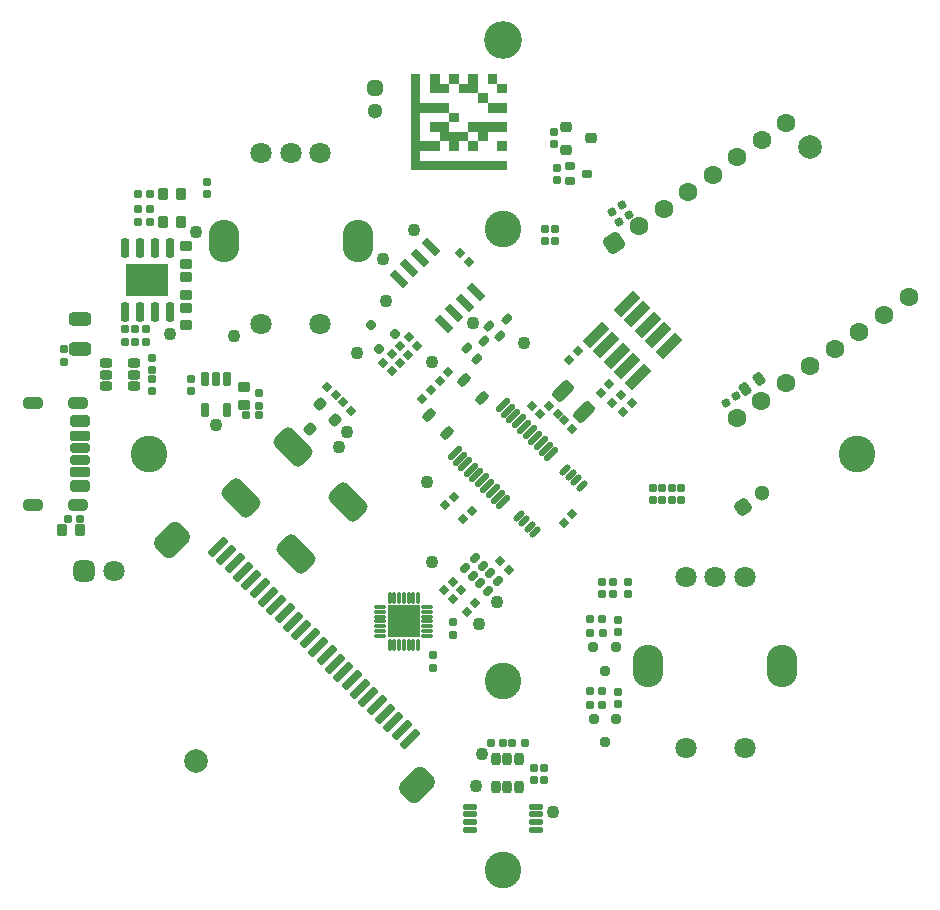
<source format=gts>
G04*
G04 #@! TF.GenerationSoftware,Altium Limited,CircuitStudio,1.5.2 (30)*
G04*
G04 Layer_Color=20142*
%FSLAX25Y25*%
%MOIN*%
G70*
G01*
G75*
G04:AMPARAMS|DCode=110|XSize=33.86mil|YSize=90.55mil|CornerRadius=0mil|HoleSize=0mil|Usage=FLASHONLY|Rotation=135.000|XOffset=0mil|YOffset=0mil|HoleType=Round|Shape=Rectangle|*
%AMROTATEDRECTD110*
4,1,4,0.04399,0.02004,-0.02004,-0.04399,-0.04399,-0.02004,0.02004,0.04399,0.04399,0.02004,0.0*
%
%ADD110ROTATEDRECTD110*%

%ADD111C,0.04331*%
G04:AMPARAMS|DCode=112|XSize=11.81mil|YSize=37.4mil|CornerRadius=3.94mil|HoleSize=0mil|Usage=FLASHONLY|Rotation=90.000|XOffset=0mil|YOffset=0mil|HoleType=Round|Shape=RoundedRectangle|*
%AMROUNDEDRECTD112*
21,1,0.01181,0.02953,0,0,90.0*
21,1,0.00394,0.03740,0,0,90.0*
1,1,0.00787,0.01476,0.00197*
1,1,0.00787,0.01476,-0.00197*
1,1,0.00787,-0.01476,-0.00197*
1,1,0.00787,-0.01476,0.00197*
%
%ADD112ROUNDEDRECTD112*%
G04:AMPARAMS|DCode=113|XSize=11.81mil|YSize=37.4mil|CornerRadius=3.94mil|HoleSize=0mil|Usage=FLASHONLY|Rotation=0.000|XOffset=0mil|YOffset=0mil|HoleType=Round|Shape=RoundedRectangle|*
%AMROUNDEDRECTD113*
21,1,0.01181,0.02953,0,0,0.0*
21,1,0.00394,0.03740,0,0,0.0*
1,1,0.00787,0.00197,-0.01476*
1,1,0.00787,-0.00197,-0.01476*
1,1,0.00787,-0.00197,0.01476*
1,1,0.00787,0.00197,0.01476*
%
%ADD113ROUNDEDRECTD113*%
%ADD114R,0.10827X0.10827*%
G04:AMPARAMS|DCode=115|XSize=57.09mil|YSize=19.69mil|CornerRadius=5.91mil|HoleSize=0mil|Usage=FLASHONLY|Rotation=225.000|XOffset=0mil|YOffset=0mil|HoleType=Round|Shape=RoundedRectangle|*
%AMROUNDEDRECTD115*
21,1,0.05709,0.00787,0,0,225.0*
21,1,0.04528,0.01969,0,0,225.0*
1,1,0.01181,-0.01879,-0.01322*
1,1,0.01181,0.01322,0.01879*
1,1,0.01181,0.01879,0.01322*
1,1,0.01181,-0.01322,-0.01879*
%
%ADD115ROUNDEDRECTD115*%
G04:AMPARAMS|DCode=116|XSize=45.28mil|YSize=21.65mil|CornerRadius=6.4mil|HoleSize=0mil|Usage=FLASHONLY|Rotation=0.000|XOffset=0mil|YOffset=0mil|HoleType=Round|Shape=RoundedRectangle|*
%AMROUNDEDRECTD116*
21,1,0.04528,0.00886,0,0,0.0*
21,1,0.03248,0.02165,0,0,0.0*
1,1,0.01280,0.01624,-0.00443*
1,1,0.01280,-0.01624,-0.00443*
1,1,0.01280,-0.01624,0.00443*
1,1,0.01280,0.01624,0.00443*
%
%ADD116ROUNDEDRECTD116*%
G04:AMPARAMS|DCode=117|XSize=45.28mil|YSize=21.65mil|CornerRadius=6.4mil|HoleSize=0mil|Usage=FLASHONLY|Rotation=225.000|XOffset=0mil|YOffset=0mil|HoleType=Round|Shape=RoundedRectangle|*
%AMROUNDEDRECTD117*
21,1,0.04528,0.00886,0,0,225.0*
21,1,0.03248,0.02165,0,0,225.0*
1,1,0.01280,-0.01462,-0.00835*
1,1,0.01280,0.00835,0.01462*
1,1,0.01280,0.01462,0.00835*
1,1,0.01280,-0.00835,-0.01462*
%
%ADD117ROUNDEDRECTD117*%
G04:AMPARAMS|DCode=118|XSize=43.31mil|YSize=31.5mil|CornerRadius=8.86mil|HoleSize=0mil|Usage=FLASHONLY|Rotation=90.000|XOffset=0mil|YOffset=0mil|HoleType=Round|Shape=RoundedRectangle|*
%AMROUNDEDRECTD118*
21,1,0.04331,0.01378,0,0,90.0*
21,1,0.02559,0.03150,0,0,90.0*
1,1,0.01772,0.00689,0.01280*
1,1,0.01772,0.00689,-0.01280*
1,1,0.01772,-0.00689,-0.01280*
1,1,0.01772,-0.00689,0.01280*
%
%ADD118ROUNDEDRECTD118*%
G04:AMPARAMS|DCode=119|XSize=43.31mil|YSize=31.5mil|CornerRadius=8.86mil|HoleSize=0mil|Usage=FLASHONLY|Rotation=0.000|XOffset=0mil|YOffset=0mil|HoleType=Round|Shape=RoundedRectangle|*
%AMROUNDEDRECTD119*
21,1,0.04331,0.01378,0,0,0.0*
21,1,0.02559,0.03150,0,0,0.0*
1,1,0.01772,0.01280,-0.00689*
1,1,0.01772,-0.01280,-0.00689*
1,1,0.01772,-0.01280,0.00689*
1,1,0.01772,0.01280,0.00689*
%
%ADD119ROUNDEDRECTD119*%
%ADD120R,0.14173X0.10630*%
G04:AMPARAMS|DCode=121|XSize=64.96mil|YSize=27.56mil|CornerRadius=7.87mil|HoleSize=0mil|Usage=FLASHONLY|Rotation=90.000|XOffset=0mil|YOffset=0mil|HoleType=Round|Shape=RoundedRectangle|*
%AMROUNDEDRECTD121*
21,1,0.06496,0.01181,0,0,90.0*
21,1,0.04921,0.02756,0,0,90.0*
1,1,0.01575,0.00591,0.02461*
1,1,0.01575,0.00591,-0.02461*
1,1,0.01575,-0.00591,-0.02461*
1,1,0.01575,-0.00591,0.02461*
%
%ADD121ROUNDEDRECTD121*%
G04:AMPARAMS|DCode=122|XSize=86.61mil|YSize=114.17mil|CornerRadius=22.64mil|HoleSize=0mil|Usage=FLASHONLY|Rotation=315.000|XOffset=0mil|YOffset=0mil|HoleType=Round|Shape=RoundedRectangle|*
%AMROUNDEDRECTD122*
21,1,0.08661,0.06890,0,0,315.0*
21,1,0.04134,0.11417,0,0,315.0*
1,1,0.04528,-0.00974,-0.03897*
1,1,0.04528,-0.03897,-0.00974*
1,1,0.04528,0.00974,0.03897*
1,1,0.04528,0.03897,0.00974*
%
%ADD122ROUNDEDRECTD122*%
G04:AMPARAMS|DCode=123|XSize=27.56mil|YSize=78.74mil|CornerRadius=7.87mil|HoleSize=0mil|Usage=FLASHONLY|Rotation=135.000|XOffset=0mil|YOffset=0mil|HoleType=Round|Shape=RoundedRectangle|*
%AMROUNDEDRECTD123*
21,1,0.02756,0.06299,0,0,135.0*
21,1,0.01181,0.07874,0,0,135.0*
1,1,0.01575,0.01810,0.02645*
1,1,0.01575,0.02645,0.01810*
1,1,0.01575,-0.01810,-0.02645*
1,1,0.01575,-0.02645,-0.01810*
%
%ADD123ROUNDEDRECTD123*%
G04:AMPARAMS|DCode=124|XSize=27.56mil|YSize=27.56mil|CornerRadius=7.87mil|HoleSize=0mil|Usage=FLASHONLY|Rotation=90.000|XOffset=0mil|YOffset=0mil|HoleType=Round|Shape=RoundedRectangle|*
%AMROUNDEDRECTD124*
21,1,0.02756,0.01181,0,0,90.0*
21,1,0.01181,0.02756,0,0,90.0*
1,1,0.01575,0.00591,0.00591*
1,1,0.01575,0.00591,-0.00591*
1,1,0.01575,-0.00591,-0.00591*
1,1,0.01575,-0.00591,0.00591*
%
%ADD124ROUNDEDRECTD124*%
G04:AMPARAMS|DCode=125|XSize=82.68mil|YSize=128.74mil|CornerRadius=21.65mil|HoleSize=0mil|Usage=FLASHONLY|Rotation=225.000|XOffset=0mil|YOffset=0mil|HoleType=Round|Shape=RoundedRectangle|*
%AMROUNDEDRECTD125*
21,1,0.08268,0.08543,0,0,225.0*
21,1,0.03937,0.12874,0,0,225.0*
1,1,0.04331,-0.04413,0.01629*
1,1,0.04331,-0.01629,0.04413*
1,1,0.04331,0.04413,-0.01629*
1,1,0.04331,0.01629,-0.04413*
%
%ADD125ROUNDEDRECTD125*%
G04:AMPARAMS|DCode=126|XSize=27.56mil|YSize=27.56mil|CornerRadius=7.87mil|HoleSize=0mil|Usage=FLASHONLY|Rotation=315.000|XOffset=0mil|YOffset=0mil|HoleType=Round|Shape=RoundedRectangle|*
%AMROUNDEDRECTD126*
21,1,0.02756,0.01181,0,0,315.0*
21,1,0.01181,0.02756,0,0,315.0*
1,1,0.01575,0.00000,-0.00835*
1,1,0.01575,-0.00835,0.00000*
1,1,0.01575,0.00000,0.00835*
1,1,0.01575,0.00835,0.00000*
%
%ADD126ROUNDEDRECTD126*%
G04:AMPARAMS|DCode=127|XSize=43.31mil|YSize=74.8mil|CornerRadius=11.81mil|HoleSize=0mil|Usage=FLASHONLY|Rotation=135.000|XOffset=0mil|YOffset=0mil|HoleType=Round|Shape=RoundedRectangle|*
%AMROUNDEDRECTD127*
21,1,0.04331,0.05118,0,0,135.0*
21,1,0.01969,0.07480,0,0,135.0*
1,1,0.02362,0.01114,0.02506*
1,1,0.02362,0.02506,0.01114*
1,1,0.02362,-0.01114,-0.02506*
1,1,0.02362,-0.02506,-0.01114*
%
%ADD127ROUNDEDRECTD127*%
G04:AMPARAMS|DCode=128|XSize=27.56mil|YSize=27.56mil|CornerRadius=7.87mil|HoleSize=0mil|Usage=FLASHONLY|Rotation=45.000|XOffset=0mil|YOffset=0mil|HoleType=Round|Shape=RoundedRectangle|*
%AMROUNDEDRECTD128*
21,1,0.02756,0.01181,0,0,45.0*
21,1,0.01181,0.02756,0,0,45.0*
1,1,0.01575,0.00835,0.00000*
1,1,0.01575,0.00000,-0.00835*
1,1,0.01575,-0.00835,0.00000*
1,1,0.01575,0.00000,0.00835*
%
%ADD128ROUNDEDRECTD128*%
G04:AMPARAMS|DCode=129|XSize=45.28mil|YSize=29.53mil|CornerRadius=8.37mil|HoleSize=0mil|Usage=FLASHONLY|Rotation=45.000|XOffset=0mil|YOffset=0mil|HoleType=Round|Shape=RoundedRectangle|*
%AMROUNDEDRECTD129*
21,1,0.04528,0.01280,0,0,45.0*
21,1,0.02854,0.02953,0,0,45.0*
1,1,0.01673,0.01462,0.00557*
1,1,0.01673,-0.00557,-0.01462*
1,1,0.01673,-0.01462,-0.00557*
1,1,0.01673,0.00557,0.01462*
%
%ADD129ROUNDEDRECTD129*%
G04:AMPARAMS|DCode=130|XSize=36.61mil|YSize=24.41mil|CornerRadius=7.09mil|HoleSize=0mil|Usage=FLASHONLY|Rotation=0.000|XOffset=0mil|YOffset=0mil|HoleType=Round|Shape=RoundedRectangle|*
%AMROUNDEDRECTD130*
21,1,0.03661,0.01024,0,0,0.0*
21,1,0.02244,0.02441,0,0,0.0*
1,1,0.01417,0.01122,-0.00512*
1,1,0.01417,-0.01122,-0.00512*
1,1,0.01417,-0.01122,0.00512*
1,1,0.01417,0.01122,0.00512*
%
%ADD130ROUNDEDRECTD130*%
G04:AMPARAMS|DCode=131|XSize=33.47mil|YSize=43.31mil|CornerRadius=9.35mil|HoleSize=0mil|Usage=FLASHONLY|Rotation=215.000|XOffset=0mil|YOffset=0mil|HoleType=Round|Shape=RoundedRectangle|*
%AMROUNDEDRECTD131*
21,1,0.03347,0.02461,0,0,215.0*
21,1,0.01476,0.04331,0,0,215.0*
1,1,0.01870,-0.01310,0.00584*
1,1,0.01870,-0.00101,0.01431*
1,1,0.01870,0.01310,-0.00584*
1,1,0.01870,0.00101,-0.01431*
%
%ADD131ROUNDEDRECTD131*%
G04:AMPARAMS|DCode=132|XSize=27.56mil|YSize=27.56mil|CornerRadius=7.87mil|HoleSize=0mil|Usage=FLASHONLY|Rotation=35.000|XOffset=0mil|YOffset=0mil|HoleType=Round|Shape=RoundedRectangle|*
%AMROUNDEDRECTD132*
21,1,0.02756,0.01181,0,0,35.0*
21,1,0.01181,0.02756,0,0,35.0*
1,1,0.01575,0.00823,-0.00145*
1,1,0.01575,-0.00145,-0.00823*
1,1,0.01575,-0.00823,0.00145*
1,1,0.01575,0.00145,0.00823*
%
%ADD132ROUNDEDRECTD132*%
G04:AMPARAMS|DCode=133|XSize=27.56mil|YSize=27.56mil|CornerRadius=7.87mil|HoleSize=0mil|Usage=FLASHONLY|Rotation=180.000|XOffset=0mil|YOffset=0mil|HoleType=Round|Shape=RoundedRectangle|*
%AMROUNDEDRECTD133*
21,1,0.02756,0.01181,0,0,180.0*
21,1,0.01181,0.02756,0,0,180.0*
1,1,0.01575,-0.00591,0.00591*
1,1,0.01575,0.00591,0.00591*
1,1,0.01575,0.00591,-0.00591*
1,1,0.01575,-0.00591,-0.00591*
%
%ADD133ROUNDEDRECTD133*%
G04:AMPARAMS|DCode=134|XSize=39.37mil|YSize=35.43mil|CornerRadius=9.84mil|HoleSize=0mil|Usage=FLASHONLY|Rotation=0.000|XOffset=0mil|YOffset=0mil|HoleType=Round|Shape=RoundedRectangle|*
%AMROUNDEDRECTD134*
21,1,0.03937,0.01575,0,0,0.0*
21,1,0.01969,0.03543,0,0,0.0*
1,1,0.01969,0.00984,-0.00787*
1,1,0.01969,-0.00984,-0.00787*
1,1,0.01969,-0.00984,0.00787*
1,1,0.01969,0.00984,0.00787*
%
%ADD134ROUNDEDRECTD134*%
G04:AMPARAMS|DCode=135|XSize=31.5mil|YSize=31.5mil|CornerRadius=8.86mil|HoleSize=0mil|Usage=FLASHONLY|Rotation=270.000|XOffset=0mil|YOffset=0mil|HoleType=Round|Shape=RoundedRectangle|*
%AMROUNDEDRECTD135*
21,1,0.03150,0.01378,0,0,270.0*
21,1,0.01378,0.03150,0,0,270.0*
1,1,0.01772,-0.00689,-0.00689*
1,1,0.01772,-0.00689,0.00689*
1,1,0.01772,0.00689,0.00689*
1,1,0.01772,0.00689,-0.00689*
%
%ADD135ROUNDEDRECTD135*%
G04:AMPARAMS|DCode=136|XSize=35.43mil|YSize=23.62mil|CornerRadius=6.89mil|HoleSize=0mil|Usage=FLASHONLY|Rotation=225.000|XOffset=0mil|YOffset=0mil|HoleType=Round|Shape=RoundedRectangle|*
%AMROUNDEDRECTD136*
21,1,0.03543,0.00984,0,0,225.0*
21,1,0.02165,0.02362,0,0,225.0*
1,1,0.01378,-0.01114,-0.00418*
1,1,0.01378,0.00418,0.01114*
1,1,0.01378,0.01114,0.00418*
1,1,0.01378,-0.00418,-0.01114*
%
%ADD136ROUNDEDRECTD136*%
G04:AMPARAMS|DCode=137|XSize=31.5mil|YSize=31.5mil|CornerRadius=8.86mil|HoleSize=0mil|Usage=FLASHONLY|Rotation=135.000|XOffset=0mil|YOffset=0mil|HoleType=Round|Shape=RoundedRectangle|*
%AMROUNDEDRECTD137*
21,1,0.03150,0.01378,0,0,135.0*
21,1,0.01378,0.03150,0,0,135.0*
1,1,0.01772,0.00000,0.00974*
1,1,0.01772,0.00974,0.00000*
1,1,0.01772,0.00000,-0.00974*
1,1,0.01772,-0.00974,0.00000*
%
%ADD137ROUNDEDRECTD137*%
G04:AMPARAMS|DCode=138|XSize=36.61mil|YSize=24.41mil|CornerRadius=7.09mil|HoleSize=0mil|Usage=FLASHONLY|Rotation=45.000|XOffset=0mil|YOffset=0mil|HoleType=Round|Shape=RoundedRectangle|*
%AMROUNDEDRECTD138*
21,1,0.03661,0.01024,0,0,45.0*
21,1,0.02244,0.02441,0,0,45.0*
1,1,0.01417,0.01155,0.00432*
1,1,0.01417,-0.00432,-0.01155*
1,1,0.01417,-0.01155,-0.00432*
1,1,0.01417,0.00432,0.01155*
%
%ADD138ROUNDEDRECTD138*%
G04:AMPARAMS|DCode=139|XSize=33.47mil|YSize=43.31mil|CornerRadius=9.35mil|HoleSize=0mil|Usage=FLASHONLY|Rotation=180.000|XOffset=0mil|YOffset=0mil|HoleType=Round|Shape=RoundedRectangle|*
%AMROUNDEDRECTD139*
21,1,0.03347,0.02461,0,0,180.0*
21,1,0.01476,0.04331,0,0,180.0*
1,1,0.01870,-0.00738,0.01230*
1,1,0.01870,0.00738,0.01230*
1,1,0.01870,0.00738,-0.01230*
1,1,0.01870,-0.00738,-0.01230*
%
%ADD139ROUNDEDRECTD139*%
G04:AMPARAMS|DCode=140|XSize=33.47mil|YSize=43.31mil|CornerRadius=9.35mil|HoleSize=0mil|Usage=FLASHONLY|Rotation=270.000|XOffset=0mil|YOffset=0mil|HoleType=Round|Shape=RoundedRectangle|*
%AMROUNDEDRECTD140*
21,1,0.03347,0.02461,0,0,270.0*
21,1,0.01476,0.04331,0,0,270.0*
1,1,0.01870,-0.01230,-0.00738*
1,1,0.01870,-0.01230,0.00738*
1,1,0.01870,0.01230,0.00738*
1,1,0.01870,0.01230,-0.00738*
%
%ADD140ROUNDEDRECTD140*%
G04:AMPARAMS|DCode=141|XSize=64.96mil|YSize=27.56mil|CornerRadius=7.87mil|HoleSize=0mil|Usage=FLASHONLY|Rotation=315.000|XOffset=0mil|YOffset=0mil|HoleType=Round|Shape=RoundedRectangle|*
%AMROUNDEDRECTD141*
21,1,0.06496,0.01181,0,0,315.0*
21,1,0.04921,0.02756,0,0,315.0*
1,1,0.01575,0.01322,-0.02158*
1,1,0.01575,-0.02158,0.01322*
1,1,0.01575,-0.01322,0.02158*
1,1,0.01575,0.02158,-0.01322*
%
%ADD141ROUNDEDRECTD141*%
G04:AMPARAMS|DCode=142|XSize=45.28mil|YSize=74.8mil|CornerRadius=12.3mil|HoleSize=0mil|Usage=FLASHONLY|Rotation=90.000|XOffset=0mil|YOffset=0mil|HoleType=Round|Shape=RoundedRectangle|*
%AMROUNDEDRECTD142*
21,1,0.04528,0.05020,0,0,90.0*
21,1,0.02067,0.07480,0,0,90.0*
1,1,0.02461,0.02510,0.01034*
1,1,0.02461,0.02510,-0.01034*
1,1,0.02461,-0.02510,-0.01034*
1,1,0.02461,-0.02510,0.01034*
%
%ADD142ROUNDEDRECTD142*%
G04:AMPARAMS|DCode=143|XSize=31.5mil|YSize=66.93mil|CornerRadius=8.86mil|HoleSize=0mil|Usage=FLASHONLY|Rotation=90.000|XOffset=0mil|YOffset=0mil|HoleType=Round|Shape=RoundedRectangle|*
%AMROUNDEDRECTD143*
21,1,0.03150,0.04921,0,0,90.0*
21,1,0.01378,0.06693,0,0,90.0*
1,1,0.01772,0.02461,0.00689*
1,1,0.01772,0.02461,-0.00689*
1,1,0.01772,-0.02461,-0.00689*
1,1,0.01772,-0.02461,0.00689*
%
%ADD143ROUNDEDRECTD143*%
G04:AMPARAMS|DCode=144|XSize=35.43mil|YSize=66.93mil|CornerRadius=9.84mil|HoleSize=0mil|Usage=FLASHONLY|Rotation=90.000|XOffset=0mil|YOffset=0mil|HoleType=Round|Shape=RoundedRectangle|*
%AMROUNDEDRECTD144*
21,1,0.03543,0.04724,0,0,90.0*
21,1,0.01575,0.06693,0,0,90.0*
1,1,0.01969,0.02362,0.00787*
1,1,0.01969,0.02362,-0.00787*
1,1,0.01969,-0.02362,-0.00787*
1,1,0.01969,-0.02362,0.00787*
%
%ADD144ROUNDEDRECTD144*%
G04:AMPARAMS|DCode=145|XSize=39.37mil|YSize=66.93mil|CornerRadius=10.83mil|HoleSize=0mil|Usage=FLASHONLY|Rotation=270.000|XOffset=0mil|YOffset=0mil|HoleType=Round|Shape=RoundedRectangle|*
%AMROUNDEDRECTD145*
21,1,0.03937,0.04528,0,0,270.0*
21,1,0.01772,0.06693,0,0,270.0*
1,1,0.02165,-0.02264,-0.00886*
1,1,0.02165,-0.02264,0.00886*
1,1,0.02165,0.02264,0.00886*
1,1,0.02165,0.02264,-0.00886*
%
%ADD145ROUNDEDRECTD145*%
G04:AMPARAMS|DCode=146|XSize=39.37mil|YSize=35.43mil|CornerRadius=9.84mil|HoleSize=0mil|Usage=FLASHONLY|Rotation=225.000|XOffset=0mil|YOffset=0mil|HoleType=Round|Shape=RoundedRectangle|*
%AMROUNDEDRECTD146*
21,1,0.03937,0.01575,0,0,225.0*
21,1,0.01969,0.03543,0,0,225.0*
1,1,0.01969,-0.01253,-0.00139*
1,1,0.01969,0.00139,0.01253*
1,1,0.01969,0.01253,0.00139*
1,1,0.01969,-0.00139,-0.01253*
%
%ADD146ROUNDEDRECTD146*%
G04:AMPARAMS|DCode=147|XSize=47.24mil|YSize=27.56mil|CornerRadius=7.87mil|HoleSize=0mil|Usage=FLASHONLY|Rotation=270.000|XOffset=0mil|YOffset=0mil|HoleType=Round|Shape=RoundedRectangle|*
%AMROUNDEDRECTD147*
21,1,0.04724,0.01181,0,0,270.0*
21,1,0.03150,0.02756,0,0,270.0*
1,1,0.01575,-0.00591,-0.01575*
1,1,0.01575,-0.00591,0.01575*
1,1,0.01575,0.00591,0.01575*
1,1,0.01575,0.00591,-0.01575*
%
%ADD147ROUNDEDRECTD147*%
%ADD148C,0.12205*%
%ADD149C,0.12611*%
%ADD150C,0.07087*%
G04:AMPARAMS|DCode=151|XSize=70.87mil|YSize=70.87mil|CornerRadius=18.7mil|HoleSize=0mil|Usage=FLASHONLY|Rotation=0.000|XOffset=0mil|YOffset=0mil|HoleType=Round|Shape=RoundedRectangle|*
%AMROUNDEDRECTD151*
21,1,0.07087,0.03347,0,0,0.0*
21,1,0.03347,0.07087,0,0,0.0*
1,1,0.03740,0.01673,-0.01673*
1,1,0.03740,-0.01673,-0.01673*
1,1,0.03740,-0.01673,0.01673*
1,1,0.03740,0.01673,0.01673*
%
%ADD151ROUNDEDRECTD151*%
G04:AMPARAMS|DCode=152|XSize=51.18mil|YSize=51.18mil|CornerRadius=13.78mil|HoleSize=0mil|Usage=FLASHONLY|Rotation=215.500|XOffset=0mil|YOffset=0mil|HoleType=Round|Shape=RoundedRectangle|*
%AMROUNDEDRECTD152*
21,1,0.05118,0.02362,0,0,215.5*
21,1,0.02362,0.05118,0,0,215.5*
1,1,0.02756,-0.01647,0.00276*
1,1,0.02756,0.00276,0.01647*
1,1,0.02756,0.01647,-0.00276*
1,1,0.02756,-0.00276,-0.01647*
%
%ADD152ROUNDEDRECTD152*%
%ADD153C,0.05118*%
%ADD154O,0.10236X0.14173*%
G04:AMPARAMS|DCode=155|XSize=51.18mil|YSize=51.18mil|CornerRadius=13.78mil|HoleSize=0mil|Usage=FLASHONLY|Rotation=90.000|XOffset=0mil|YOffset=0mil|HoleType=Round|Shape=RoundedRectangle|*
%AMROUNDEDRECTD155*
21,1,0.05118,0.02362,0,0,90.0*
21,1,0.02362,0.05118,0,0,90.0*
1,1,0.02756,0.01181,0.01181*
1,1,0.02756,0.01181,-0.01181*
1,1,0.02756,-0.01181,-0.01181*
1,1,0.02756,-0.01181,0.01181*
%
%ADD155ROUNDEDRECTD155*%
%ADD156C,0.07874*%
%ADD157O,0.07087X0.04331*%
%ADD158C,0.06299*%
G04:AMPARAMS|DCode=159|XSize=62.99mil|YSize=62.99mil|CornerRadius=16.73mil|HoleSize=0mil|Usage=FLASHONLY|Rotation=305.000|XOffset=0mil|YOffset=0mil|HoleType=Round|Shape=RoundedRectangle|*
%AMROUNDEDRECTD159*
21,1,0.06299,0.02953,0,0,305.0*
21,1,0.02953,0.06299,0,0,305.0*
1,1,0.03347,-0.00363,-0.02056*
1,1,0.03347,-0.02056,0.00363*
1,1,0.03347,0.00363,0.02056*
1,1,0.03347,0.02056,-0.00363*
%
%ADD159ROUNDEDRECTD159*%
%ADD160C,0.00394*%
G36*
X1291Y109669D02*
Y108869D01*
Y108069D01*
Y107269D01*
X-5109D01*
Y106469D01*
Y105669D01*
Y104869D01*
Y104069D01*
X-8309D01*
Y104869D01*
Y105669D01*
Y106469D01*
Y107269D01*
X-11509D01*
Y108069D01*
Y108869D01*
Y109669D01*
Y110469D01*
X1291D01*
Y109669D01*
D02*
G37*
G36*
Y103269D02*
Y102469D01*
Y101669D01*
Y100869D01*
X-1909D01*
Y101669D01*
Y102469D01*
Y103269D01*
Y104069D01*
X1291D01*
Y103269D01*
D02*
G37*
G36*
X-17909Y109669D02*
Y108869D01*
Y108069D01*
Y107269D01*
X-11509D01*
Y106469D01*
Y105669D01*
Y104869D01*
Y104069D01*
X-8309D01*
Y103269D01*
Y102469D01*
Y101669D01*
Y100869D01*
X-11509D01*
Y101669D01*
Y102469D01*
Y103269D01*
Y104069D01*
X-14709D01*
Y103269D01*
Y102469D01*
Y101669D01*
Y100869D01*
X-17909D01*
Y101669D01*
Y102469D01*
Y103269D01*
Y104069D01*
X-21109D01*
Y104869D01*
Y105669D01*
Y106469D01*
Y107269D01*
X-24309D01*
Y108069D01*
Y108869D01*
Y109669D01*
Y110469D01*
X-17909D01*
Y109669D01*
D02*
G37*
G36*
X-27509Y125669D02*
Y124869D01*
Y124069D01*
Y123269D01*
Y122469D01*
Y121669D01*
Y120869D01*
Y120069D01*
Y119269D01*
Y118469D01*
Y117669D01*
Y116869D01*
X-17909D01*
Y116069D01*
Y115269D01*
Y114469D01*
Y113669D01*
X-14709D01*
Y112869D01*
Y112069D01*
Y111269D01*
Y110469D01*
X-17909D01*
Y111269D01*
Y112069D01*
Y112869D01*
Y113669D01*
X-27509D01*
Y112869D01*
Y112069D01*
Y111269D01*
Y110469D01*
Y109669D01*
Y108869D01*
Y108069D01*
Y107269D01*
Y106469D01*
Y105669D01*
Y104869D01*
Y104069D01*
X-21109D01*
Y103269D01*
Y102469D01*
Y101669D01*
Y100869D01*
X-27509D01*
Y100069D01*
Y99269D01*
Y98469D01*
Y97669D01*
X1291D01*
Y96869D01*
Y96069D01*
Y95269D01*
Y94469D01*
X-30709D01*
Y95269D01*
Y96069D01*
Y96869D01*
Y97669D01*
Y98469D01*
Y99269D01*
Y100069D01*
Y100869D01*
Y101669D01*
Y102469D01*
Y103269D01*
Y104069D01*
Y104869D01*
Y105669D01*
Y106469D01*
Y107269D01*
Y108069D01*
Y108869D01*
Y109669D01*
Y110469D01*
Y111269D01*
Y112069D01*
Y112869D01*
Y113669D01*
Y114469D01*
Y115269D01*
Y116069D01*
Y116869D01*
Y117669D01*
Y118469D01*
Y119269D01*
Y120069D01*
Y120869D01*
Y121669D01*
Y122469D01*
Y123269D01*
Y124069D01*
Y124869D01*
Y125669D01*
Y126469D01*
X-27509D01*
Y125669D01*
D02*
G37*
G36*
X-8309D02*
Y124869D01*
Y124069D01*
Y123269D01*
Y122469D01*
Y121669D01*
Y120869D01*
Y120069D01*
X-5109D01*
Y119269D01*
Y118469D01*
Y117669D01*
Y116869D01*
X1291D01*
Y116069D01*
Y115269D01*
Y114469D01*
Y113669D01*
X-5109D01*
Y114469D01*
Y115269D01*
Y116069D01*
Y116869D01*
X-8309D01*
Y117669D01*
Y118469D01*
Y119269D01*
Y120069D01*
X-14709D01*
Y120869D01*
Y121669D01*
Y122469D01*
Y123269D01*
X-17909D01*
Y124069D01*
Y124869D01*
Y125669D01*
Y126469D01*
X-14709D01*
Y125669D01*
Y124869D01*
Y124069D01*
Y123269D01*
X-11509D01*
Y124069D01*
Y124869D01*
Y125669D01*
Y126469D01*
X-8309D01*
Y125669D01*
D02*
G37*
G36*
X-1909D02*
Y124869D01*
Y124069D01*
Y123269D01*
X1291D01*
Y122469D01*
Y121669D01*
Y120869D01*
Y120069D01*
X-1909D01*
Y120869D01*
Y121669D01*
Y122469D01*
Y123269D01*
X-5109D01*
Y124069D01*
Y124869D01*
Y125669D01*
Y126469D01*
X-1909D01*
Y125669D01*
D02*
G37*
G36*
X-21109D02*
Y124869D01*
Y124069D01*
Y123269D01*
X-17909D01*
Y122469D01*
Y121669D01*
Y120869D01*
Y120069D01*
X-24309D01*
Y120869D01*
Y121669D01*
Y122469D01*
Y123269D01*
Y124069D01*
Y124869D01*
Y125669D01*
Y126469D01*
X-21109D01*
Y125669D01*
D02*
G37*
D110*
X55325Y35869D02*
D03*
X45024Y25569D02*
D03*
X51789Y39404D02*
D03*
X41489Y29104D02*
D03*
X48254Y42940D02*
D03*
X37953Y32640D02*
D03*
X44718Y46475D02*
D03*
X34418Y36175D02*
D03*
X41183Y50011D02*
D03*
X30882Y39711D02*
D03*
D111*
X-7873Y-56692D02*
D03*
X-23621Y30709D02*
D03*
X-9842Y43701D02*
D03*
X-48818Y33465D02*
D03*
X7087Y37008D02*
D03*
X-29527Y74410D02*
D03*
X-95669Y9449D02*
D03*
X-38976Y50788D02*
D03*
X-40157Y64961D02*
D03*
X-7086Y-100000D02*
D03*
X-89763Y39371D02*
D03*
X16536Y-119291D02*
D03*
X-9054Y-110629D02*
D03*
X-102361Y74016D02*
D03*
X-111082Y39851D02*
D03*
X-51968Y7087D02*
D03*
X-54724Y2362D02*
D03*
X-1968Y-49606D02*
D03*
X-25196Y-9448D02*
D03*
X-23621Y-36220D02*
D03*
D112*
X-40846Y-51181D02*
D03*
X-25295D02*
D03*
Y-52755D02*
D03*
Y-54330D02*
D03*
Y-55905D02*
D03*
Y-57480D02*
D03*
Y-59055D02*
D03*
Y-60629D02*
D03*
X-40846D02*
D03*
Y-59055D02*
D03*
Y-57480D02*
D03*
Y-55905D02*
D03*
Y-54330D02*
D03*
Y-52755D02*
D03*
D113*
X-37795Y-48129D02*
D03*
X-36220D02*
D03*
X-34645D02*
D03*
X-33070D02*
D03*
X-31495D02*
D03*
X-29921D02*
D03*
X-28346D02*
D03*
Y-63681D02*
D03*
X-29921D02*
D03*
X-31495D02*
D03*
X-33070D02*
D03*
X-34645D02*
D03*
X-36220D02*
D03*
X-37795D02*
D03*
D114*
X-33070Y-55905D02*
D03*
D115*
X140Y-16146D02*
D03*
X-1670Y-14337D02*
D03*
X-3479Y-12527D02*
D03*
X-5289Y-10718D02*
D03*
X-7098Y-8908D02*
D03*
X-8908Y-7098D02*
D03*
X-10717Y-5289D02*
D03*
X-12527Y-3480D02*
D03*
X-14336Y-1670D02*
D03*
X-16146Y140D02*
D03*
X-138Y16147D02*
D03*
X1671Y14337D02*
D03*
X3481Y12528D02*
D03*
X5290Y10718D02*
D03*
X7100Y8909D02*
D03*
X8909Y7099D02*
D03*
X10719Y5290D02*
D03*
X12528Y3480D02*
D03*
X14338Y1671D02*
D03*
X16147Y-139D02*
D03*
D116*
X-10924Y-117661D02*
D03*
Y-120220D02*
D03*
Y-122779D02*
D03*
Y-125338D02*
D03*
X10926D02*
D03*
Y-122779D02*
D03*
Y-120220D02*
D03*
Y-117661D02*
D03*
D117*
X10738Y-26187D02*
D03*
X8928Y-24378D02*
D03*
X7119Y-22568D02*
D03*
X5309Y-20759D02*
D03*
X20760Y-5308D02*
D03*
X22569Y-7118D02*
D03*
X24379Y-8927D02*
D03*
X26188Y-10737D02*
D03*
D118*
X1501Y-101775D02*
D03*
X-2239D02*
D03*
X5241D02*
D03*
Y-111224D02*
D03*
X1501D02*
D03*
X-2239D02*
D03*
D119*
X-132283Y30119D02*
D03*
Y26378D02*
D03*
Y22638D02*
D03*
X-122834D02*
D03*
Y30119D02*
D03*
Y26378D02*
D03*
D120*
X-118582Y57851D02*
D03*
D121*
X-126082Y68481D02*
D03*
X-121082D02*
D03*
X-116082D02*
D03*
X-111082D02*
D03*
Y47221D02*
D03*
X-116082D02*
D03*
X-121082D02*
D03*
X-126082D02*
D03*
D122*
X-28750Y-110318D02*
D03*
X-110317Y-28750D02*
D03*
D123*
X-30977Y-95006D02*
D03*
X-33761Y-92222D02*
D03*
X-36544Y-89439D02*
D03*
X-39328Y-86655D02*
D03*
X-42112Y-83871D02*
D03*
X-44896Y-81087D02*
D03*
X-47680Y-78303D02*
D03*
X-50464Y-75519D02*
D03*
X-53248Y-72735D02*
D03*
X-56032Y-69951D02*
D03*
X-58815Y-67168D02*
D03*
X-61599Y-64384D02*
D03*
X-64383Y-61600D02*
D03*
X-67167Y-58816D02*
D03*
X-69951Y-56032D02*
D03*
X-72735Y-53248D02*
D03*
X-75519Y-50464D02*
D03*
X-78303Y-47680D02*
D03*
X-81087Y-44897D02*
D03*
X-83871Y-42113D02*
D03*
X-86654Y-39329D02*
D03*
X-89438Y-36545D02*
D03*
X-92222Y-33761D02*
D03*
X-95006Y-30977D02*
D03*
D124*
X-16535Y-60334D02*
D03*
Y-56200D02*
D03*
X-23228Y-71358D02*
D03*
Y-67224D02*
D03*
X50000Y-15453D02*
D03*
Y-11319D02*
D03*
X56299Y-15453D02*
D03*
X56299Y-11319D02*
D03*
X53150Y-15453D02*
D03*
Y-11319D02*
D03*
X59449Y-15453D02*
D03*
Y-11319D02*
D03*
X16930Y107185D02*
D03*
Y103052D02*
D03*
X33097Y-46907D02*
D03*
Y-42774D02*
D03*
X41733Y-42815D02*
D03*
Y-46948D02*
D03*
X36615Y-42815D02*
D03*
Y-46948D02*
D03*
X38190Y-59547D02*
D03*
Y-55413D02*
D03*
Y-83563D02*
D03*
Y-79429D02*
D03*
X-103936Y20768D02*
D03*
Y24902D02*
D03*
X-81495Y20178D02*
D03*
Y16044D02*
D03*
X-116928Y24902D02*
D03*
Y20768D02*
D03*
Y27855D02*
D03*
Y31989D02*
D03*
X-126082Y37284D02*
D03*
Y41418D02*
D03*
X-122582Y37284D02*
D03*
Y41418D02*
D03*
X-119082Y37284D02*
D03*
Y41418D02*
D03*
X10237Y-108759D02*
D03*
Y-104626D02*
D03*
X13780Y-108759D02*
D03*
Y-104626D02*
D03*
X-146456Y30611D02*
D03*
Y34745D02*
D03*
X17324Y74902D02*
D03*
Y70768D02*
D03*
X14068Y70741D02*
D03*
Y74874D02*
D03*
X18111Y95374D02*
D03*
Y91241D02*
D03*
X-98818Y86516D02*
D03*
Y90650D02*
D03*
D125*
X-87369Y-14929D02*
D03*
X-70109Y2331D02*
D03*
X-68866Y-33433D02*
D03*
X-51605Y-16173D02*
D03*
D126*
X20193Y11304D02*
D03*
X23116Y8381D02*
D03*
X18392Y13106D02*
D03*
X15468Y16029D02*
D03*
X9563D02*
D03*
X12486Y13106D02*
D03*
X-1067Y-35940D02*
D03*
X1856Y-38863D02*
D03*
X-14218Y66738D02*
D03*
X-11295Y63815D02*
D03*
X-53429Y17210D02*
D03*
X-50506Y14287D02*
D03*
X-55624Y19405D02*
D03*
X-58547Y22328D02*
D03*
D127*
X20143Y20803D02*
D03*
X27103Y13843D02*
D03*
D128*
X-27051Y18224D02*
D03*
X-24128Y21147D02*
D03*
X-10349Y-19011D02*
D03*
X-13272Y-21934D02*
D03*
X-16254Y-14286D02*
D03*
X-19177Y-17209D02*
D03*
X-21146Y24129D02*
D03*
X-18223Y27053D02*
D03*
X23116Y-20192D02*
D03*
X20193Y-23115D02*
D03*
X-9168Y-49719D02*
D03*
X-12091Y-52642D02*
D03*
X-16815Y-48311D02*
D03*
X-13892Y-45388D02*
D03*
X-34332Y35876D02*
D03*
X-31409Y38799D02*
D03*
X-28581Y35971D02*
D03*
X-31504Y33048D02*
D03*
X-34238Y30314D02*
D03*
X-37161Y27391D02*
D03*
X-37066Y33142D02*
D03*
X-39989Y30219D02*
D03*
X25084Y34139D02*
D03*
X22161Y31216D02*
D03*
X35468Y23204D02*
D03*
X32545Y20281D02*
D03*
X40025Y13982D02*
D03*
X42948Y16905D02*
D03*
X39405Y19661D02*
D03*
X36482Y16738D02*
D03*
X-19571Y-45556D02*
D03*
X-16648Y-42632D02*
D03*
D129*
X-18531Y6979D02*
D03*
X-6978Y18532D02*
D03*
X-12963Y24518D02*
D03*
X-24517Y12965D02*
D03*
D130*
X22304Y90748D02*
D03*
Y95867D02*
D03*
X28091Y93309D02*
D03*
D131*
X85490Y24922D02*
D03*
X80652Y21535D02*
D03*
D132*
X74291Y16925D02*
D03*
X77677Y19296D02*
D03*
X36331Y80536D02*
D03*
X39717Y82907D02*
D03*
X38583Y77165D02*
D03*
X41969Y79536D02*
D03*
D133*
X33170Y-55118D02*
D03*
X29036D02*
D03*
X33170Y-79133D02*
D03*
X29036Y-79133D02*
D03*
X29070Y-59821D02*
D03*
X33204D02*
D03*
X29036Y-83858D02*
D03*
X33170Y-83858D02*
D03*
X-140846Y-21653D02*
D03*
X-144980D02*
D03*
X-4035Y-96456D02*
D03*
X99D02*
D03*
X-117617Y77166D02*
D03*
X-121751D02*
D03*
Y81497D02*
D03*
X-117617D02*
D03*
X-121751Y86615D02*
D03*
X-117617D02*
D03*
X7186Y-96456D02*
D03*
X3052D02*
D03*
X-81397Y12992D02*
D03*
X-85531D02*
D03*
D134*
X21064Y101378D02*
D03*
X21064Y108859D02*
D03*
X29331Y105120D02*
D03*
D135*
X33860Y-72440D02*
D03*
X37599Y-64566D02*
D03*
X30119D02*
D03*
X33957Y-96246D02*
D03*
X37696Y-88372D02*
D03*
X30216D02*
D03*
D136*
X-1779Y-42319D02*
D03*
X-4284Y-39813D02*
D03*
X-6790Y-37308D02*
D03*
X-9295Y-34802D02*
D03*
X-12636Y-38143D02*
D03*
X-10130Y-40648D02*
D03*
X-7625Y-43154D02*
D03*
X-5119Y-45660D02*
D03*
D137*
X-44141Y42949D02*
D03*
X-41217Y34738D02*
D03*
X-35928Y40027D02*
D03*
D138*
X-8510Y31561D02*
D03*
X-12129Y35180D02*
D03*
X-6227Y37464D02*
D03*
X-1023Y39058D02*
D03*
X-4642Y42677D02*
D03*
X1259Y44961D02*
D03*
D139*
X-141141Y-25590D02*
D03*
X-147046D02*
D03*
X-107283Y77166D02*
D03*
X-113188D02*
D03*
X-107283Y86615D02*
D03*
X-113188D02*
D03*
D140*
X-86220Y16339D02*
D03*
Y22244D02*
D03*
X-105511Y69095D02*
D03*
X-105511Y63189D02*
D03*
Y52953D02*
D03*
Y58859D02*
D03*
Y42717D02*
D03*
Y48622D02*
D03*
D141*
X-9129Y53870D02*
D03*
X-12665Y50335D02*
D03*
X-16200Y46799D02*
D03*
X-19736Y43264D02*
D03*
X-34769Y58297D02*
D03*
X-31233Y61832D02*
D03*
X-27698Y65368D02*
D03*
X-24162Y68903D02*
D03*
D142*
X-140944Y34745D02*
D03*
Y44784D02*
D03*
D143*
X-140983Y-1968D02*
D03*
Y1969D02*
D03*
D144*
Y-5984D02*
D03*
Y5985D02*
D03*
D145*
Y10827D02*
D03*
Y-10826D02*
D03*
D146*
X-64339Y8100D02*
D03*
X-55849Y11302D02*
D03*
X-61138Y16592D02*
D03*
D147*
X-91928Y14567D02*
D03*
X-99409D02*
D03*
Y24804D02*
D03*
X-95669D02*
D03*
X-91928D02*
D03*
D148*
X1Y-138787D02*
D03*
Y-75795D02*
D03*
Y74796D02*
D03*
X-118110Y0D02*
D03*
X118111D02*
D03*
D149*
X1Y137788D02*
D03*
D150*
X-129645Y-38976D02*
D03*
X-80562Y43162D02*
D03*
X-60877D02*
D03*
X-70720Y100248D02*
D03*
X-80562D02*
D03*
X-60877D02*
D03*
X60879Y-98279D02*
D03*
X80564D02*
D03*
X70721Y-41192D02*
D03*
X60879D02*
D03*
X80564D02*
D03*
D151*
X-139645Y-38976D02*
D03*
D152*
X79866Y-17640D02*
D03*
D153*
X86277Y-13068D02*
D03*
X-42499Y114063D02*
D03*
D154*
X-93161Y70721D02*
D03*
X-48279D02*
D03*
X48280Y-70720D02*
D03*
X93162D02*
D03*
D155*
X-42499Y121937D02*
D03*
D156*
X-102361Y-102362D02*
D03*
X102363Y102363D02*
D03*
D157*
X-156653Y-17007D02*
D03*
Y17008D02*
D03*
X-141692Y-17007D02*
D03*
Y17008D02*
D03*
D158*
X135213Y52077D02*
D03*
X127021Y46341D02*
D03*
X118830Y40605D02*
D03*
X110638Y34870D02*
D03*
X102447Y29134D02*
D03*
X94255Y23398D02*
D03*
X86064Y17662D02*
D03*
X77872Y11926D02*
D03*
X45340Y75822D02*
D03*
X53531Y81558D02*
D03*
X61723Y87294D02*
D03*
X69914Y93029D02*
D03*
X78106Y98765D02*
D03*
X86298Y104501D02*
D03*
X94489Y110237D02*
D03*
D159*
X37148Y70086D02*
D03*
D160*
X46694Y-32346D02*
D03*
Y-24346D02*
D03*
X66694Y-28346D02*
D03*
M02*

</source>
